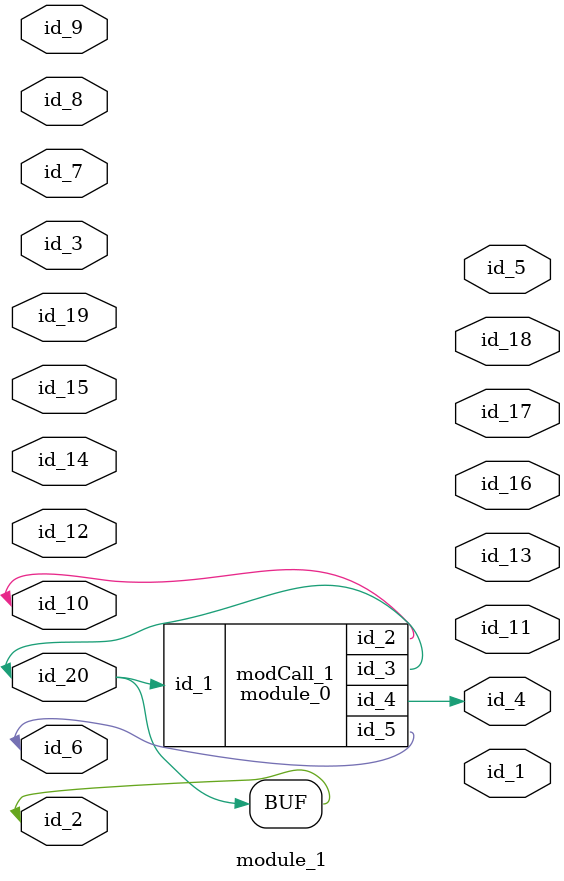
<source format=v>
module module_0 (
    id_1,
    id_2,
    id_3,
    id_4,
    id_5
);
  inout wire id_5;
  output wire id_4;
  inout wire id_3;
  inout wire id_2;
  input wire id_1;
  wire id_6;
  assign module_1.id_20 = 0;
endmodule
module module_1 (
    id_1,
    id_2,
    id_3,
    id_4,
    id_5,
    id_6,
    id_7,
    id_8,
    id_9,
    id_10,
    id_11,
    id_12,
    id_13,
    id_14,
    id_15,
    id_16,
    id_17,
    id_18,
    id_19,
    id_20
);
  inout wire id_20;
  inout wire id_19;
  output wire id_18;
  output wire id_17;
  output wire id_16;
  input wire id_15;
  inout wire id_14;
  output wire id_13;
  inout wire id_12;
  output wire id_11;
  inout wire id_10;
  input wire id_9;
  input wire id_8;
  input wire id_7;
  inout wire id_6;
  output wire id_5;
  output wire id_4;
  inout wire id_3;
  inout wire id_2;
  output wire id_1;
  assign id_2 = id_20 == 1;
  module_0 modCall_1 (
      id_20,
      id_10,
      id_20,
      id_4,
      id_6
  );
  wire id_21, id_22;
  wire id_23;
endmodule

</source>
